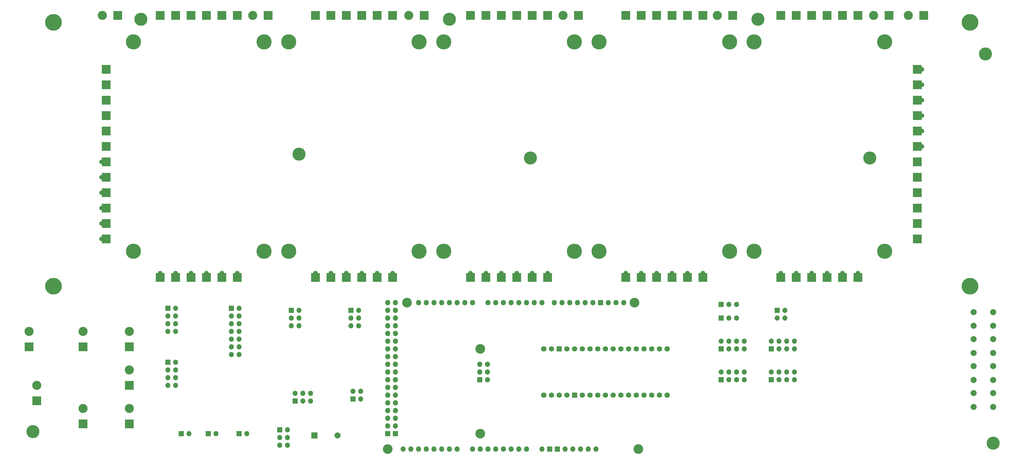
<source format=gbs>
G04 #@! TF.GenerationSoftware,KiCad,Pcbnew,7.0.1*
G04 #@! TF.CreationDate,2023-03-21T23:46:41-06:00*
G04 #@! TF.ProjectId,Arm_PCB,41726d5f-5043-4422-9e6b-696361645f70,rev?*
G04 #@! TF.SameCoordinates,Original*
G04 #@! TF.FileFunction,Soldermask,Bot*
G04 #@! TF.FilePolarity,Negative*
%FSLAX46Y46*%
G04 Gerber Fmt 4.6, Leading zero omitted, Abs format (unit mm)*
G04 Created by KiCad (PCBNEW 7.0.1) date 2023-03-21 23:46:41*
%MOMM*%
%LPD*%
G01*
G04 APERTURE LIST*
%ADD10C,4.300000*%
%ADD11R,3.000000X3.000000*%
%ADD12C,3.000000*%
%ADD13C,5.000000*%
%ADD14C,1.500000*%
%ADD15R,1.700000X1.700000*%
%ADD16O,1.700000X1.700000*%
%ADD17C,2.000000*%
%ADD18C,5.500000*%
%ADD19C,1.800000*%
%ADD20C,1.727200*%
%ADD21R,1.727200X1.727200*%
%ADD22R,2.000000X2.000000*%
%ADD23C,3.200000*%
%ADD24O,1.727200X1.727200*%
G04 APERTURE END LIST*
D10*
X54610000Y-182880000D03*
D11*
X183515000Y-45720000D03*
D12*
X178435000Y-45720000D03*
D13*
X241055000Y-54400000D03*
X241055000Y-123400000D03*
X284055000Y-54400000D03*
X284055000Y-123400000D03*
D11*
X275255000Y-45720000D03*
X270175000Y-45720000D03*
D14*
X254935000Y-130580000D03*
D11*
X254935000Y-132080000D03*
D14*
X249855000Y-130580000D03*
D11*
X249855000Y-132080000D03*
D14*
X275255000Y-130580000D03*
D11*
X275255000Y-132080000D03*
D14*
X270175000Y-130580000D03*
D11*
X270175000Y-132080000D03*
D14*
X265095000Y-130580000D03*
D11*
X265095000Y-132080000D03*
D14*
X260015000Y-130580000D03*
D11*
X260015000Y-132080000D03*
X265095000Y-45720000D03*
X260015000Y-45720000D03*
X254935000Y-45720000D03*
X249855000Y-45720000D03*
D10*
X368300000Y-58420000D03*
D13*
X292155000Y-54400000D03*
X292155000Y-123400000D03*
X335155000Y-54400000D03*
X335155000Y-123400000D03*
D11*
X326355000Y-45720000D03*
X321275000Y-45720000D03*
D14*
X306035000Y-130580000D03*
D11*
X306035000Y-132080000D03*
D14*
X300955000Y-130580000D03*
D11*
X300955000Y-132080000D03*
D14*
X326355000Y-130580000D03*
D11*
X326355000Y-132080000D03*
D14*
X321275000Y-130580000D03*
D11*
X321275000Y-132080000D03*
D14*
X316195000Y-130580000D03*
D11*
X316195000Y-132080000D03*
D14*
X311115000Y-130580000D03*
D11*
X311115000Y-132080000D03*
X316195000Y-45720000D03*
X311115000Y-45720000D03*
X306035000Y-45720000D03*
X300955000Y-45720000D03*
D10*
X370840000Y-186690000D03*
X142240000Y-91440000D03*
D15*
X281315000Y-165740000D03*
D16*
X281315000Y-163200000D03*
X283855000Y-165740000D03*
X283855000Y-163200000D03*
X286395000Y-165740000D03*
X286395000Y-163200000D03*
X288935000Y-165740000D03*
X288935000Y-163200000D03*
D15*
X297825000Y-165740000D03*
D16*
X297825000Y-163200000D03*
X300365000Y-165740000D03*
X300365000Y-163200000D03*
X302905000Y-165740000D03*
X302905000Y-163200000D03*
X305445000Y-165740000D03*
X305445000Y-163200000D03*
D15*
X103505000Y-183515000D03*
D16*
X106045000Y-183515000D03*
D11*
X285115000Y-45720000D03*
D12*
X280035000Y-45720000D03*
D17*
X364415000Y-170180000D03*
X370915000Y-170180000D03*
X364415000Y-174680000D03*
X370915000Y-174680000D03*
D15*
X99060000Y-160020000D03*
D16*
X101600000Y-160020000D03*
X99060000Y-162560000D03*
X101600000Y-162560000D03*
X99060000Y-165100000D03*
X101600000Y-165100000D03*
X99060000Y-167640000D03*
X101600000Y-167640000D03*
D13*
X189955000Y-54400000D03*
X189955000Y-123400000D03*
X232955000Y-54400000D03*
X232955000Y-123400000D03*
D11*
X224155000Y-45720000D03*
X219075000Y-45720000D03*
D14*
X203835000Y-130580000D03*
D11*
X203835000Y-132080000D03*
D14*
X198755000Y-130580000D03*
D11*
X198755000Y-132080000D03*
D14*
X224155000Y-130580000D03*
D11*
X224155000Y-132080000D03*
D14*
X219075000Y-130580000D03*
D11*
X219075000Y-132080000D03*
D14*
X213995000Y-130580000D03*
D11*
X213995000Y-132080000D03*
D14*
X208915000Y-130580000D03*
D11*
X208915000Y-132080000D03*
X213995000Y-45720000D03*
X208915000Y-45720000D03*
X203835000Y-45720000D03*
X198755000Y-45720000D03*
D10*
X218440000Y-92710000D03*
D11*
X86360000Y-167640000D03*
D12*
X86360000Y-162560000D03*
D15*
X160020000Y-172085000D03*
D16*
X160020000Y-169545000D03*
X162560000Y-172085000D03*
X162560000Y-169545000D03*
D17*
X364415000Y-152400000D03*
X370915000Y-152400000D03*
X364415000Y-156900000D03*
X370915000Y-156900000D03*
X364415000Y-143455000D03*
X370915000Y-143455000D03*
X364415000Y-147955000D03*
X370915000Y-147955000D03*
D15*
X135890000Y-182245000D03*
D16*
X138430000Y-182245000D03*
X135890000Y-184785000D03*
X138430000Y-184785000D03*
X135890000Y-187325000D03*
X138430000Y-187325000D03*
D11*
X86360000Y-180340000D03*
D12*
X86360000Y-175260000D03*
D11*
X71120000Y-180340000D03*
D12*
X71120000Y-175260000D03*
D11*
X234315000Y-45720000D03*
D12*
X229235000Y-45720000D03*
D11*
X86360000Y-154940000D03*
D12*
X86360000Y-149860000D03*
D13*
X138855000Y-54400000D03*
X138855000Y-123400000D03*
X181855000Y-54400000D03*
X181855000Y-123400000D03*
D11*
X173055000Y-45720000D03*
X167975000Y-45720000D03*
D14*
X152735000Y-130580000D03*
D11*
X152735000Y-132080000D03*
D14*
X147655000Y-130580000D03*
D11*
X147655000Y-132080000D03*
D14*
X173055000Y-130580000D03*
D11*
X173055000Y-132080000D03*
D14*
X167975000Y-130580000D03*
D11*
X167975000Y-132080000D03*
D14*
X162895000Y-130580000D03*
D11*
X162895000Y-132080000D03*
D14*
X157815000Y-130580000D03*
D11*
X157815000Y-132080000D03*
X162895000Y-45720000D03*
X157815000Y-45720000D03*
X152735000Y-45720000D03*
X147655000Y-45720000D03*
X347980000Y-45720000D03*
D12*
X342900000Y-45720000D03*
D10*
X330200000Y-92710000D03*
D18*
X363220000Y-134940000D03*
X363220000Y-47940000D03*
D11*
X345940000Y-119380000D03*
X345940000Y-114300000D03*
D14*
X347440000Y-68580000D03*
D11*
X345940000Y-68580000D03*
D14*
X347440000Y-63500000D03*
D11*
X345940000Y-63500000D03*
D14*
X347440000Y-88900000D03*
D11*
X345940000Y-88900000D03*
D14*
X347440000Y-83820000D03*
D11*
X345940000Y-83820000D03*
D14*
X347440000Y-78740000D03*
D11*
X345940000Y-78740000D03*
D14*
X347440000Y-73660000D03*
D11*
X345940000Y-73660000D03*
X345940000Y-109220000D03*
X345940000Y-104140000D03*
X345940000Y-99060000D03*
X345940000Y-93980000D03*
D15*
X139700000Y-142875000D03*
D16*
X142240000Y-142875000D03*
X139700000Y-145415000D03*
X142240000Y-145415000D03*
X139700000Y-147955000D03*
X142240000Y-147955000D03*
D15*
X140985000Y-172725000D03*
D16*
X140985000Y-170185000D03*
X143525000Y-172725000D03*
X143525000Y-170185000D03*
X146065000Y-172725000D03*
X146065000Y-170185000D03*
D15*
X281305000Y-145415000D03*
D16*
X283845000Y-145415000D03*
X286385000Y-145415000D03*
D13*
X87755000Y-54400000D03*
X87755000Y-123400000D03*
X130755000Y-54400000D03*
X130755000Y-123400000D03*
D11*
X121955000Y-45720000D03*
X116875000Y-45720000D03*
D14*
X101635000Y-130580000D03*
D11*
X101635000Y-132080000D03*
D14*
X96555000Y-130580000D03*
D11*
X96555000Y-132080000D03*
D14*
X121955000Y-130580000D03*
D11*
X121955000Y-132080000D03*
D14*
X116875000Y-130580000D03*
D11*
X116875000Y-132080000D03*
D14*
X111795000Y-130580000D03*
D11*
X111795000Y-132080000D03*
D14*
X106715000Y-130580000D03*
D11*
X106715000Y-132080000D03*
X111795000Y-45720000D03*
X106715000Y-45720000D03*
X101635000Y-45720000D03*
X96555000Y-45720000D03*
D10*
X191770000Y-46990000D03*
D11*
X55880000Y-172720000D03*
D12*
X55880000Y-167640000D03*
D15*
X299735000Y-142875000D03*
D16*
X302275000Y-142875000D03*
X299735000Y-145415000D03*
X302275000Y-145415000D03*
D10*
X293370000Y-46990000D03*
D15*
X281320000Y-140970000D03*
D16*
X283860000Y-140970000D03*
X286400000Y-140970000D03*
D15*
X112395000Y-183515000D03*
D16*
X114935000Y-183515000D03*
D10*
X90170000Y-46990000D03*
D19*
X222885000Y-170815000D03*
X263525000Y-170815000D03*
X222885000Y-155575000D03*
X263525000Y-155575000D03*
D20*
X258445000Y-155575000D03*
X233045000Y-155575000D03*
X253365000Y-155575000D03*
X250825000Y-155575000D03*
X248285000Y-155575000D03*
X245745000Y-155575000D03*
X243205000Y-155575000D03*
X240665000Y-155575000D03*
X238125000Y-155575000D03*
X235585000Y-155575000D03*
X255905000Y-155575000D03*
X227965000Y-170815000D03*
X225425000Y-170815000D03*
X235585000Y-170815000D03*
X238125000Y-170815000D03*
X240665000Y-170815000D03*
X243205000Y-170815000D03*
X245745000Y-170815000D03*
X248285000Y-170815000D03*
X250825000Y-170815000D03*
X253365000Y-170815000D03*
X255905000Y-170815000D03*
X258445000Y-170815000D03*
X260985000Y-170815000D03*
X260985000Y-155575000D03*
D21*
X233045000Y-170815000D03*
X227965000Y-155575000D03*
D20*
X230505000Y-170815000D03*
X230505000Y-155575000D03*
X225425000Y-155575000D03*
D15*
X281315000Y-155580000D03*
D16*
X281315000Y-153040000D03*
X283855000Y-155580000D03*
X283855000Y-153040000D03*
X286395000Y-155580000D03*
X286395000Y-153040000D03*
X288935000Y-155580000D03*
X288935000Y-153040000D03*
D11*
X336550000Y-45720000D03*
D12*
X331470000Y-45720000D03*
D11*
X82550000Y-45720000D03*
D12*
X77470000Y-45720000D03*
D11*
X53340000Y-154940000D03*
D12*
X53340000Y-149860000D03*
D22*
X147340000Y-184150000D03*
D17*
X154940000Y-184150000D03*
D11*
X132080000Y-45720000D03*
D12*
X127000000Y-45720000D03*
D15*
X120015000Y-142240000D03*
D16*
X122555000Y-142240000D03*
X120015000Y-144780000D03*
X122555000Y-144780000D03*
X120015000Y-147320000D03*
X122555000Y-147320000D03*
X120015000Y-149860000D03*
X122555000Y-149860000D03*
X120015000Y-152400000D03*
X122555000Y-152400000D03*
X120015000Y-154940000D03*
X122555000Y-154940000D03*
X120015000Y-157480000D03*
X122555000Y-157480000D03*
D15*
X297825000Y-155580000D03*
D16*
X297825000Y-153040000D03*
X300365000Y-155580000D03*
X300365000Y-153040000D03*
X302905000Y-155580000D03*
X302905000Y-153040000D03*
X305445000Y-155580000D03*
X305445000Y-153040000D03*
D18*
X61460000Y-47940000D03*
X61460000Y-134940000D03*
D11*
X78740000Y-63500000D03*
X78740000Y-68580000D03*
D14*
X77240000Y-114300000D03*
D11*
X78740000Y-114300000D03*
D14*
X77240000Y-119380000D03*
D11*
X78740000Y-119380000D03*
D14*
X77240000Y-93980000D03*
D11*
X78740000Y-93980000D03*
D14*
X77240000Y-99060000D03*
D11*
X78740000Y-99060000D03*
D14*
X77240000Y-104140000D03*
D11*
X78740000Y-104140000D03*
D14*
X77240000Y-109220000D03*
D11*
X78740000Y-109220000D03*
X78740000Y-73660000D03*
X78740000Y-78740000D03*
X78740000Y-83820000D03*
X78740000Y-88900000D03*
D15*
X159385000Y-142875000D03*
D16*
X161925000Y-142875000D03*
X159385000Y-145415000D03*
X161925000Y-145415000D03*
X159385000Y-147955000D03*
X161925000Y-147955000D03*
D15*
X99060000Y-142240000D03*
D16*
X101600000Y-142240000D03*
X99060000Y-144780000D03*
X101600000Y-144780000D03*
X99060000Y-147320000D03*
X101600000Y-147320000D03*
X99060000Y-149860000D03*
X101600000Y-149860000D03*
D17*
X364415000Y-161290000D03*
X370915000Y-161290000D03*
X364415000Y-165790000D03*
X370915000Y-165790000D03*
D15*
X122555000Y-183515000D03*
D16*
X125095000Y-183515000D03*
D11*
X71120000Y-154940000D03*
D12*
X71120000Y-149860000D03*
D23*
X254000000Y-188595000D03*
X252730000Y-140335000D03*
D24*
X240030000Y-188595000D03*
D23*
X201930000Y-183515000D03*
X201930000Y-155575000D03*
X177800000Y-140335000D03*
X171450000Y-188595000D03*
D24*
X232410000Y-188595000D03*
X229870000Y-188595000D03*
X201803000Y-160655000D03*
X173990000Y-140335000D03*
X171450000Y-140335000D03*
X217170000Y-188595000D03*
X214630000Y-188595000D03*
X212090000Y-188595000D03*
X209550000Y-188595000D03*
X207010000Y-188595000D03*
X204470000Y-188595000D03*
X201930000Y-188595000D03*
X199390000Y-188595000D03*
X194310000Y-188595000D03*
X191770000Y-188595000D03*
X189230000Y-188595000D03*
X186690000Y-188595000D03*
X184150000Y-188595000D03*
X181610000Y-188595000D03*
X179070000Y-188595000D03*
X176530000Y-188595000D03*
X244094000Y-140335000D03*
X204470000Y-140335000D03*
X207010000Y-140335000D03*
X209550000Y-140335000D03*
X212090000Y-140335000D03*
X214630000Y-140335000D03*
X217170000Y-140335000D03*
X219710000Y-140335000D03*
X222250000Y-140335000D03*
X226314000Y-140335000D03*
X228854000Y-140335000D03*
X231394000Y-140335000D03*
X233934000Y-140335000D03*
X236474000Y-140335000D03*
X239014000Y-140335000D03*
X199390000Y-140335000D03*
X196850000Y-140335000D03*
X194310000Y-140335000D03*
X191770000Y-140335000D03*
X189230000Y-140335000D03*
X186690000Y-140335000D03*
X184150000Y-140335000D03*
X181610000Y-140335000D03*
X173990000Y-142875000D03*
X171450000Y-142875000D03*
X173990000Y-145415000D03*
X171450000Y-145415000D03*
X173990000Y-147955000D03*
X171450000Y-147955000D03*
X173990000Y-150495000D03*
X171450000Y-150495000D03*
X173990000Y-153035000D03*
X171450000Y-153035000D03*
X173990000Y-155575000D03*
X171450000Y-155575000D03*
X173990000Y-158115000D03*
X171450000Y-158115000D03*
X173990000Y-160655000D03*
X171450000Y-160655000D03*
X173990000Y-163195000D03*
X171450000Y-163195000D03*
X173990000Y-165735000D03*
X171450000Y-165735000D03*
X173990000Y-168275000D03*
X171450000Y-168275000D03*
X173990000Y-170815000D03*
X171450000Y-170815000D03*
X173990000Y-173355000D03*
X171450000Y-173355000D03*
X173990000Y-175895000D03*
X171450000Y-175895000D03*
X173990000Y-178435000D03*
X171450000Y-178435000D03*
X173990000Y-180975000D03*
X171450000Y-180975000D03*
D21*
X241554000Y-140335000D03*
X227330000Y-188595000D03*
X224790000Y-188595000D03*
X201803000Y-165735000D03*
X173990000Y-183515000D03*
X171450000Y-183515000D03*
D24*
X237490000Y-188595000D03*
X204343000Y-160655000D03*
X201803000Y-163195000D03*
X234950000Y-188595000D03*
X204343000Y-165735000D03*
X204343000Y-163195000D03*
X249174000Y-140335000D03*
X246634000Y-140335000D03*
X222250000Y-188595000D03*
M02*

</source>
